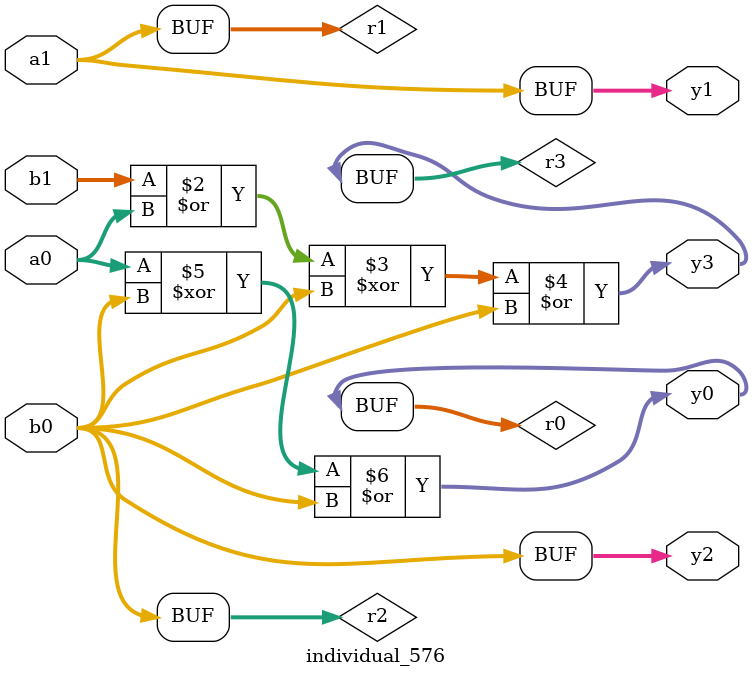
<source format=sv>
module individual_576(input logic [15:0] a1, input logic [15:0] a0, input logic [15:0] b1, input logic [15:0] b0, output logic [15:0] y3, output logic [15:0] y2, output logic [15:0] y1, output logic [15:0] y0);
logic [15:0] r0, r1, r2, r3; 
 always@(*) begin 
	 r0 = a0; r1 = a1; r2 = b0; r3 = b1; 
 	 r3  |=  a0 ;
 	 r3  ^=  r2 ;
 	 r3  |=  r2 ;
 	 r0  ^=  b0 ;
 	 r0  |=  r2 ;
 	 y3 = r3; y2 = r2; y1 = r1; y0 = r0; 
end
endmodule
</source>
